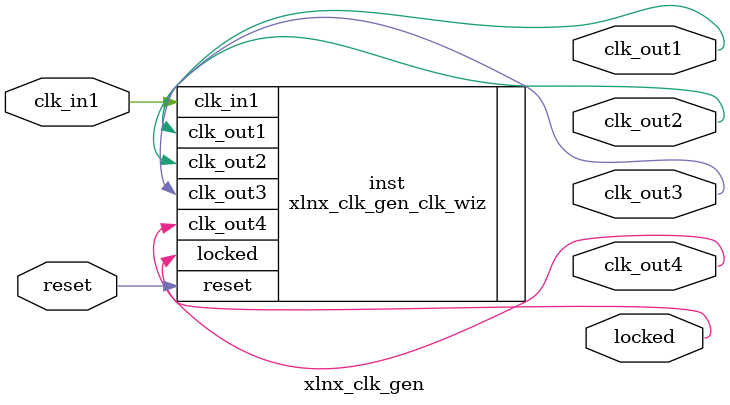
<source format=v>


`timescale 1ps/1ps

(* CORE_GENERATION_INFO = "xlnx_clk_gen,clk_wiz_v6_0_5_0_0,{component_name=xlnx_clk_gen,use_phase_alignment=true,use_min_o_jitter=false,use_max_i_jitter=false,use_dyn_phase_shift=false,use_inclk_switchover=false,use_dyn_reconfig=false,enable_axi=0,feedback_source=FDBK_AUTO,PRIMITIVE=MMCM,num_out_clk=4,clkin1_period=8.000,clkin2_period=10.000,use_power_down=false,use_reset=true,use_locked=true,use_inclk_stopped=false,feedback_type=SINGLE,CLOCK_MGR_TYPE=NA,manual_override=false}" *)

module xlnx_clk_gen 
 (
  // Clock out ports
  output        clk_out1,
  output        clk_out2,
  output        clk_out3,
  output        clk_out4,
  // Status and control signals
  input         reset,
  output        locked,
 // Clock in ports
  input         clk_in1
 );

  xlnx_clk_gen_clk_wiz inst
  (
  // Clock out ports  
  .clk_out1(clk_out1),
  .clk_out2(clk_out2),
  .clk_out3(clk_out3),
  .clk_out4(clk_out4),
  // Status and control signals               
  .reset(reset), 
  .locked(locked),
 // Clock in ports
  .clk_in1(clk_in1)
  );

endmodule

</source>
